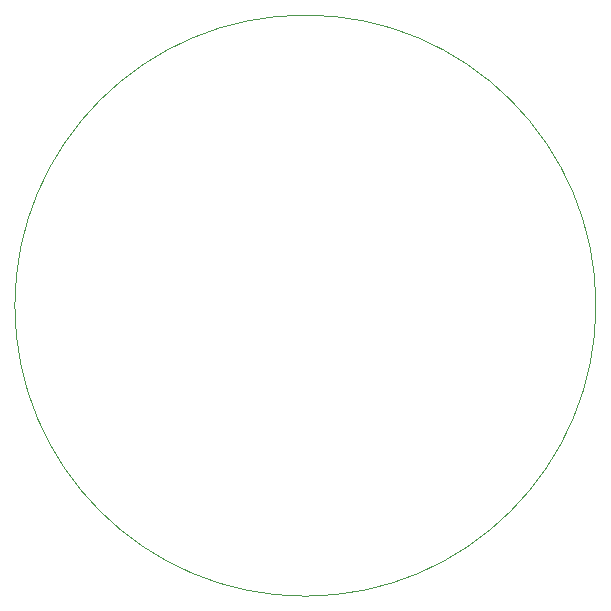
<source format=gbr>
%TF.GenerationSoftware,KiCad,Pcbnew,7.0.11*%
%TF.CreationDate,2024-09-02T12:26:07-05:00*%
%TF.ProjectId,uv_light,75765f6c-6967-4687-942e-6b696361645f,rev?*%
%TF.SameCoordinates,PX5f5e100PY5f5e100*%
%TF.FileFunction,Profile,NP*%
%FSLAX46Y46*%
G04 Gerber Fmt 4.6, Leading zero omitted, Abs format (unit mm)*
G04 Created by KiCad (PCBNEW 7.0.11) date 2024-09-02 12:26:07*
%MOMM*%
%LPD*%
G01*
G04 APERTURE LIST*
%TA.AperFunction,Profile*%
%ADD10C,0.050000*%
%TD*%
G04 APERTURE END LIST*
D10*
X24600000Y0D02*
G75*
G03*
X-24600000Y0I-24600000J0D01*
G01*
X-24600000Y0D02*
G75*
G03*
X24600000Y0I24600000J0D01*
G01*
M02*

</source>
